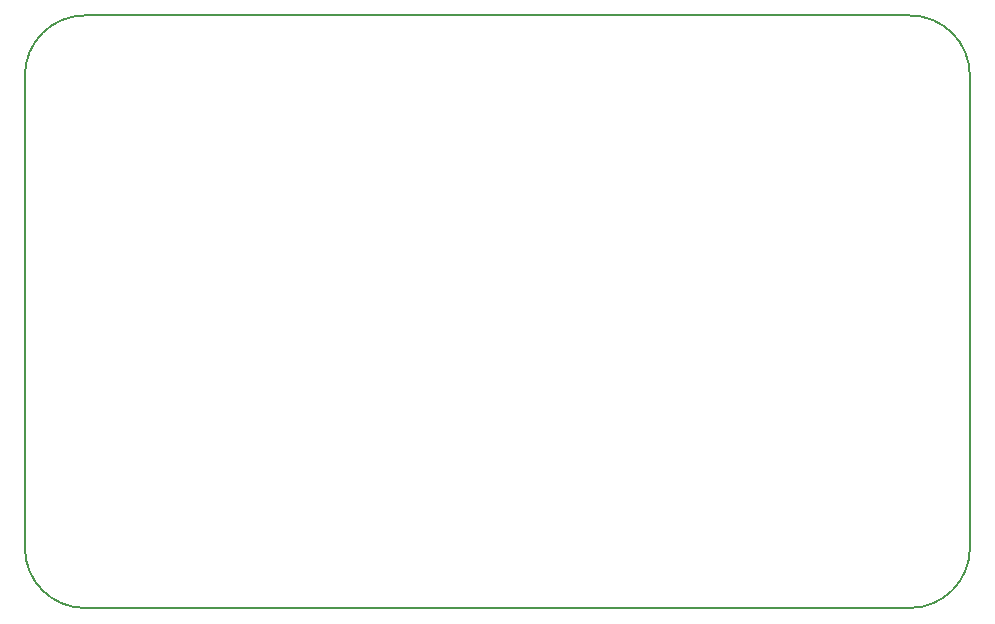
<source format=gm1>
G04 #@! TF.GenerationSoftware,KiCad,Pcbnew,(5.0.0)*
G04 #@! TF.CreationDate,2018-12-24T02:24:05+09:00*
G04 #@! TF.ProjectId,mykeyboard,6D796B6579626F6172642E6B69636164,rev?*
G04 #@! TF.SameCoordinates,Original*
G04 #@! TF.FileFunction,Profile,NP*
%FSLAX46Y46*%
G04 Gerber Fmt 4.6, Leading zero omitted, Abs format (unit mm)*
G04 Created by KiCad (PCBNEW (5.0.0)) date 12/24/18 02:24:05*
%MOMM*%
%LPD*%
G01*
G04 APERTURE LIST*
%ADD10C,0.200000*%
G04 APERTURE END LIST*
D10*
X145415000Y-90170000D02*
G75*
G02X140335000Y-95250000I-5080000J0D01*
G01*
X140335000Y-45085000D02*
G75*
G02X145415000Y-50165000I0J-5080000D01*
G01*
X65405000Y-50165000D02*
G75*
G02X70485000Y-45085000I5080000J0D01*
G01*
X70485000Y-95250000D02*
G75*
G02X65405000Y-90170000I0J5080000D01*
G01*
X65405000Y-50165000D02*
X65405000Y-90170000D01*
X140335000Y-45085000D02*
X70485000Y-45085000D01*
X145415000Y-90170000D02*
X145415000Y-50165000D01*
X70485000Y-95250000D02*
X140335000Y-95250000D01*
M02*

</source>
